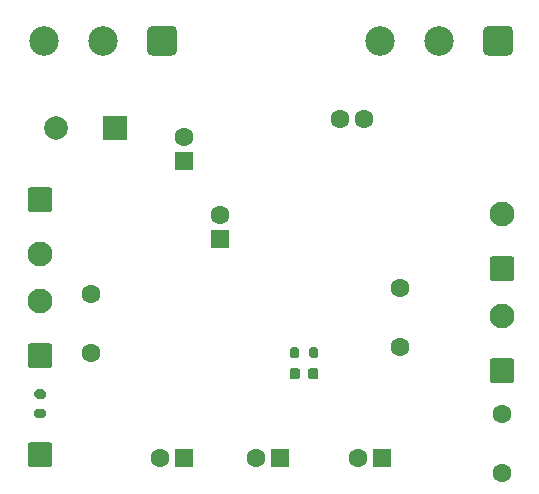
<source format=gbr>
%TF.GenerationSoftware,KiCad,Pcbnew,5.1.9*%
%TF.CreationDate,2021-04-12T02:58:06-04:00*%
%TF.ProjectId,rog_tri-vibe,726f675f-7472-4692-9d76-6962652e6b69,rev?*%
%TF.SameCoordinates,Original*%
%TF.FileFunction,Soldermask,Bot*%
%TF.FilePolarity,Negative*%
%FSLAX46Y46*%
G04 Gerber Fmt 4.6, Leading zero omitted, Abs format (unit mm)*
G04 Created by KiCad (PCBNEW 5.1.9) date 2021-04-12 02:58:06*
%MOMM*%
%LPD*%
G01*
G04 APERTURE LIST*
%ADD10C,1.600000*%
%ADD11R,1.600000X1.600000*%
%ADD12C,2.500000*%
%ADD13C,2.100000*%
%ADD14R,2.000000X2.000000*%
%ADD15C,2.000000*%
G04 APERTURE END LIST*
D10*
%TO.C,C16*%
X157512000Y-110490000D03*
D11*
X159512000Y-110490000D03*
%TD*%
%TO.C,RV2*%
G36*
G01*
X168088000Y-76059000D02*
X168088000Y-74309000D01*
G75*
G02*
X168463000Y-73934000I375000J0D01*
G01*
X170213000Y-73934000D01*
G75*
G02*
X170588000Y-74309000I0J-375000D01*
G01*
X170588000Y-76059000D01*
G75*
G02*
X170213000Y-76434000I-375000J0D01*
G01*
X168463000Y-76434000D01*
G75*
G02*
X168088000Y-76059000I0J375000D01*
G01*
G37*
D12*
X159338000Y-75184000D03*
X164338000Y-75184000D03*
%TD*%
%TO.C,RV1*%
G36*
G01*
X139640000Y-76059000D02*
X139640000Y-74309000D01*
G75*
G02*
X140015000Y-73934000I375000J0D01*
G01*
X141765000Y-73934000D01*
G75*
G02*
X142140000Y-74309000I0J-375000D01*
G01*
X142140000Y-76059000D01*
G75*
G02*
X141765000Y-76434000I-375000J0D01*
G01*
X140015000Y-76434000D01*
G75*
G02*
X139640000Y-76059000I0J375000D01*
G01*
G37*
X130890000Y-75184000D03*
X135890000Y-75184000D03*
%TD*%
%TO.C,R41*%
G36*
G01*
X130281000Y-106343000D02*
X130831000Y-106343000D01*
G75*
G02*
X131031000Y-106543000I0J-200000D01*
G01*
X131031000Y-106943000D01*
G75*
G02*
X130831000Y-107143000I-200000J0D01*
G01*
X130281000Y-107143000D01*
G75*
G02*
X130081000Y-106943000I0J200000D01*
G01*
X130081000Y-106543000D01*
G75*
G02*
X130281000Y-106343000I200000J0D01*
G01*
G37*
G36*
G01*
X130281000Y-104693000D02*
X130831000Y-104693000D01*
G75*
G02*
X131031000Y-104893000I0J-200000D01*
G01*
X131031000Y-105293000D01*
G75*
G02*
X130831000Y-105493000I-200000J0D01*
G01*
X130281000Y-105493000D01*
G75*
G02*
X130081000Y-105293000I0J200000D01*
G01*
X130081000Y-104893000D01*
G75*
G02*
X130281000Y-104693000I200000J0D01*
G01*
G37*
%TD*%
%TO.C,R22*%
G36*
G01*
X153333000Y-101875000D02*
X153333000Y-101325000D01*
G75*
G02*
X153533000Y-101125000I200000J0D01*
G01*
X153933000Y-101125000D01*
G75*
G02*
X154133000Y-101325000I0J-200000D01*
G01*
X154133000Y-101875000D01*
G75*
G02*
X153933000Y-102075000I-200000J0D01*
G01*
X153533000Y-102075000D01*
G75*
G02*
X153333000Y-101875000I0J200000D01*
G01*
G37*
G36*
G01*
X151683000Y-101875000D02*
X151683000Y-101325000D01*
G75*
G02*
X151883000Y-101125000I200000J0D01*
G01*
X152283000Y-101125000D01*
G75*
G02*
X152483000Y-101325000I0J-200000D01*
G01*
X152483000Y-101875000D01*
G75*
G02*
X152283000Y-102075000I-200000J0D01*
G01*
X151883000Y-102075000D01*
G75*
G02*
X151683000Y-101875000I0J200000D01*
G01*
G37*
%TD*%
%TO.C,J5*%
G36*
G01*
X131356001Y-102904000D02*
X129755999Y-102904000D01*
G75*
G02*
X129506000Y-102654001I0J249999D01*
G01*
X129506000Y-101053999D01*
G75*
G02*
X129755999Y-100804000I249999J0D01*
G01*
X131356001Y-100804000D01*
G75*
G02*
X131606000Y-101053999I0J-249999D01*
G01*
X131606000Y-102654001D01*
G75*
G02*
X131356001Y-102904000I-249999J0D01*
G01*
G37*
D13*
X130556000Y-97254000D03*
%TD*%
%TO.C,J4*%
G36*
G01*
X131356001Y-111286000D02*
X129755999Y-111286000D01*
G75*
G02*
X129506000Y-111036001I0J249999D01*
G01*
X129506000Y-109435999D01*
G75*
G02*
X129755999Y-109186000I249999J0D01*
G01*
X131356001Y-109186000D01*
G75*
G02*
X131606000Y-109435999I0J-249999D01*
G01*
X131606000Y-111036001D01*
G75*
G02*
X131356001Y-111286000I-249999J0D01*
G01*
G37*
%TD*%
%TO.C,J3*%
G36*
G01*
X170472001Y-95538000D02*
X168871999Y-95538000D01*
G75*
G02*
X168622000Y-95288001I0J249999D01*
G01*
X168622000Y-93687999D01*
G75*
G02*
X168871999Y-93438000I249999J0D01*
G01*
X170472001Y-93438000D01*
G75*
G02*
X170722000Y-93687999I0J-249999D01*
G01*
X170722000Y-95288001D01*
G75*
G02*
X170472001Y-95538000I-249999J0D01*
G01*
G37*
X169672000Y-89888000D03*
%TD*%
%TO.C,J2*%
X130556000Y-93246000D03*
G36*
G01*
X129755999Y-87596000D02*
X131356001Y-87596000D01*
G75*
G02*
X131606000Y-87845999I0J-249999D01*
G01*
X131606000Y-89446001D01*
G75*
G02*
X131356001Y-89696000I-249999J0D01*
G01*
X129755999Y-89696000D01*
G75*
G02*
X129506000Y-89446001I0J249999D01*
G01*
X129506000Y-87845999D01*
G75*
G02*
X129755999Y-87596000I249999J0D01*
G01*
G37*
%TD*%
%TO.C,J1*%
X169672000Y-98524000D03*
G36*
G01*
X170472001Y-104174000D02*
X168871999Y-104174000D01*
G75*
G02*
X168622000Y-103924001I0J249999D01*
G01*
X168622000Y-102323999D01*
G75*
G02*
X168871999Y-102074000I249999J0D01*
G01*
X170472001Y-102074000D01*
G75*
G02*
X170722000Y-102323999I0J-249999D01*
G01*
X170722000Y-103924001D01*
G75*
G02*
X170472001Y-104174000I-249999J0D01*
G01*
G37*
%TD*%
D10*
%TO.C,C15*%
X134874000Y-101600000D03*
X134874000Y-96600000D03*
%TD*%
%TO.C,C12*%
G36*
G01*
X153233000Y-103628000D02*
X153233000Y-103128000D01*
G75*
G02*
X153458000Y-102903000I225000J0D01*
G01*
X153908000Y-102903000D01*
G75*
G02*
X154133000Y-103128000I0J-225000D01*
G01*
X154133000Y-103628000D01*
G75*
G02*
X153908000Y-103853000I-225000J0D01*
G01*
X153458000Y-103853000D01*
G75*
G02*
X153233000Y-103628000I0J225000D01*
G01*
G37*
G36*
G01*
X151683000Y-103628000D02*
X151683000Y-103128000D01*
G75*
G02*
X151908000Y-102903000I225000J0D01*
G01*
X152358000Y-102903000D01*
G75*
G02*
X152583000Y-103128000I0J-225000D01*
G01*
X152583000Y-103628000D01*
G75*
G02*
X152358000Y-103853000I-225000J0D01*
G01*
X151908000Y-103853000D01*
G75*
G02*
X151683000Y-103628000I0J225000D01*
G01*
G37*
%TD*%
%TO.C,C11*%
X155988000Y-81788000D03*
X157988000Y-81788000D03*
%TD*%
%TO.C,C10*%
X148876000Y-110490000D03*
D11*
X150876000Y-110490000D03*
%TD*%
D10*
%TO.C,C8*%
X142748000Y-83344000D03*
D11*
X142748000Y-85344000D03*
%TD*%
D10*
%TO.C,C7*%
X161036000Y-101092000D03*
X161036000Y-96092000D03*
%TD*%
%TO.C,C6*%
X140748000Y-110490000D03*
D11*
X142748000Y-110490000D03*
%TD*%
D14*
%TO.C,C5*%
X136906000Y-82550000D03*
D15*
X131906000Y-82550000D03*
%TD*%
D10*
%TO.C,C3*%
X169672000Y-106760000D03*
X169672000Y-111760000D03*
%TD*%
%TO.C,C1*%
X145796000Y-89948000D03*
D11*
X145796000Y-91948000D03*
%TD*%
M02*

</source>
